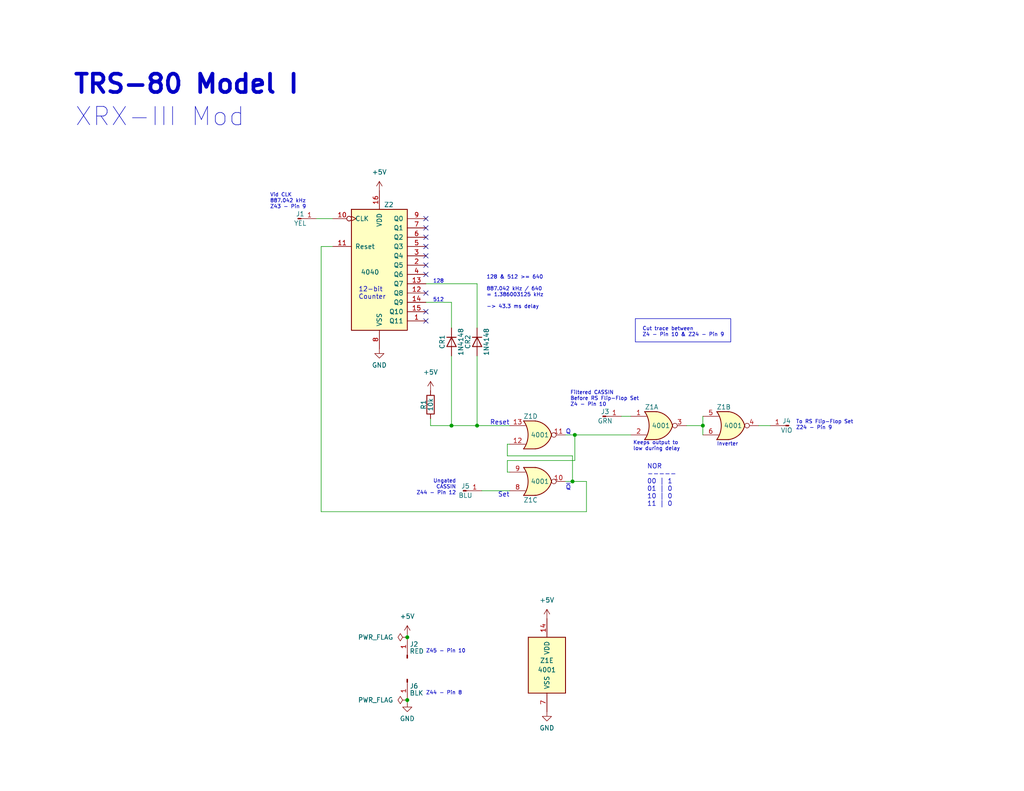
<source format=kicad_sch>
(kicad_sch (version 20230121) (generator eeschema)
  (paper "USLetter")
  (title_block (title "XRX") (date "2024-01-04") (rev "III") (company "RetroStack - Marcel Erz") (comment 2 "Hardware patch for software bug by gating potential noise") (comment 3 "Original Design - Tandy RadioShack") (comment 4 "TRS-80 Cassette Interface Mod"))
  (lib_symbols
    (symbol "4xxx:4001" (pin_names (offset 1.016))
      (property "Reference" "U" (at 0 1.27 0))
      (property "Value" "4001" (at 0 -1.27 0))
      (symbol "4001_1_1"
        (arc (start -3.81 -3.81) (mid -2.589 0) (end -3.81 3.81) (stroke (width 0.254)))
        (arc (start -0.6096 -3.81) (mid 2.1842 -2.5851) (end 3.81 0) (stroke (width 0.254)) (fill (type background)))
        (polyline (pts (xy -3.81 -3.81) (xy -0.635 -3.81)) (stroke (width 0.254)) (fill (type background)))
        (polyline (pts (xy -3.81 3.81) (xy -0.635 3.81)) (stroke (width 0.254)) (fill (type background)))
        (polyline (pts (xy -0.635 3.81) (xy -3.81 3.81) (xy -3.81 3.81) (xy -3.556 3.4036) (xy -3.0226 2.2606) (xy -2.6924 1.0414) (xy -2.6162 -0.254) (xy -2.7686 -1.4986) (xy -3.175 -2.7178) (xy -3.81 -3.81) (xy -3.81 -3.81) (xy -0.635 -3.81)) (stroke (width -25.4)) (fill (type background)))
        (arc (start 3.81 0) (mid 2.1915 2.5936) (end -0.6096 3.81) (stroke (width 0.254)) (fill (type background)))
        (pin input line (at -7.62 2.54 0) (length 4.318) (name "~") (number "1"))
        (pin input line (at -7.62 -2.54 0) (length 4.318) (name "~") (number "2"))
        (pin output inverted (at 7.62 0 180) (length 3.81) (name "~") (number "3"))
      )
      (symbol "4001_1_2"
        (arc (start 0 -3.81) (mid 3.7934 0) (end 0 3.81) (stroke (width 0.254)) (fill (type background)))
        (polyline (pts (xy 0 3.81) (xy -3.81 3.81) (xy -3.81 -3.81) (xy 0 -3.81)) (stroke (width 0.254)) (fill (type background)))
        (pin input inverted (at -7.62 2.54 0) (length 3.81) (name "~") (number "1"))
        (pin input inverted (at -7.62 -2.54 0) (length 3.81) (name "~") (number "2"))
        (pin output line (at 7.62 0 180) (length 3.81) (name "~") (number "3"))
      )
      (symbol "4001_2_1"
        (arc (start -3.81 -3.81) (mid -2.589 0) (end -3.81 3.81) (stroke (width 0.254)))
        (arc (start -0.6096 -3.81) (mid 2.1842 -2.5851) (end 3.81 0) (stroke (width 0.254)) (fill (type background)))
        (polyline (pts (xy -3.81 -3.81) (xy -0.635 -3.81)) (stroke (width 0.254)) (fill (type background)))
        (polyline (pts (xy -3.81 3.81) (xy -0.635 3.81)) (stroke (width 0.254)) (fill (type background)))
        (polyline (pts (xy -0.635 3.81) (xy -3.81 3.81) (xy -3.81 3.81) (xy -3.556 3.4036) (xy -3.0226 2.2606) (xy -2.6924 1.0414) (xy -2.6162 -0.254) (xy -2.7686 -1.4986) (xy -3.175 -2.7178) (xy -3.81 -3.81) (xy -3.81 -3.81) (xy -0.635 -3.81)) (stroke (width -25.4)) (fill (type background)))
        (arc (start 3.81 0) (mid 2.1915 2.5936) (end -0.6096 3.81) (stroke (width 0.254)) (fill (type background)))
        (pin output inverted (at 7.62 0 180) (length 3.81) (name "~") (number "4"))
        (pin input line (at -7.62 2.54 0) (length 4.318) (name "~") (number "5"))
        (pin input line (at -7.62 -2.54 0) (length 4.318) (name "~") (number "6"))
      )
      (symbol "4001_2_2"
        (arc (start 0 -3.81) (mid 3.7934 0) (end 0 3.81) (stroke (width 0.254)) (fill (type background)))
        (polyline (pts (xy 0 3.81) (xy -3.81 3.81) (xy -3.81 -3.81) (xy 0 -3.81)) (stroke (width 0.254)) (fill (type background)))
        (pin output line (at 7.62 0 180) (length 3.81) (name "~") (number "4"))
        (pin input inverted (at -7.62 2.54 0) (length 3.81) (name "~") (number "5"))
        (pin input inverted (at -7.62 -2.54 0) (length 3.81) (name "~") (number "6"))
      )
      (symbol "4001_3_1"
        (arc (start -3.81 -3.81) (mid -2.589 0) (end -3.81 3.81) (stroke (width 0.254)))
        (arc (start -0.6096 -3.81) (mid 2.1842 -2.5851) (end 3.81 0) (stroke (width 0.254)) (fill (type background)))
        (polyline (pts (xy -3.81 -3.81) (xy -0.635 -3.81)) (stroke (width 0.254)) (fill (type background)))
        (polyline (pts (xy -3.81 3.81) (xy -0.635 3.81)) (stroke (width 0.254)) (fill (type background)))
        (polyline (pts (xy -0.635 3.81) (xy -3.81 3.81) (xy -3.81 3.81) (xy -3.556 3.4036) (xy -3.0226 2.2606) (xy -2.6924 1.0414) (xy -2.6162 -0.254) (xy -2.7686 -1.4986) (xy -3.175 -2.7178) (xy -3.81 -3.81) (xy -3.81 -3.81) (xy -0.635 -3.81)) (stroke (width -25.4)) (fill (type background)))
        (arc (start 3.81 0) (mid 2.1915 2.5936) (end -0.6096 3.81) (stroke (width 0.254)) (fill (type background)))
        (pin output inverted (at 7.62 0 180) (length 3.81) (name "~") (number "10"))
        (pin input line (at -7.62 2.54 0) (length 4.318) (name "~") (number "8"))
        (pin input line (at -7.62 -2.54 0) (length 4.318) (name "~") (number "9"))
      )
      (symbol "4001_3_2"
        (arc (start 0 -3.81) (mid 3.7934 0) (end 0 3.81) (stroke (width 0.254)) (fill (type background)))
        (polyline (pts (xy 0 3.81) (xy -3.81 3.81) (xy -3.81 -3.81) (xy 0 -3.81)) (stroke (width 0.254)) (fill (type background)))
        (pin output line (at 7.62 0 180) (length 3.81) (name "~") (number "10"))
        (pin input inverted (at -7.62 2.54 0) (length 3.81) (name "~") (number "8"))
        (pin input inverted (at -7.62 -2.54 0) (length 3.81) (name "~") (number "9"))
      )
      (symbol "4001_4_1"
        (arc (start -3.81 -3.81) (mid -2.589 0) (end -3.81 3.81) (stroke (width 0.254)))
        (arc (start -0.6096 -3.81) (mid 2.1842 -2.5851) (end 3.81 0) (stroke (width 0.254)) (fill (type background)))
        (polyline (pts (xy -3.81 -3.81) (xy -0.635 -3.81)) (stroke (width 0.254)) (fill (type background)))
        (polyline (pts (xy -3.81 3.81) (xy -0.635 3.81)) (stroke (width 0.254)) (fill (type background)))
        (polyline (pts (xy -0.635 3.81) (xy -3.81 3.81) (xy -3.81 3.81) (xy -3.556 3.4036) (xy -3.0226 2.2606) (xy -2.6924 1.0414) (xy -2.6162 -0.254) (xy -2.7686 -1.4986) (xy -3.175 -2.7178) (xy -3.81 -3.81) (xy -3.81 -3.81) (xy -0.635 -3.81)) (stroke (width -25.4)) (fill (type background)))
        (arc (start 3.81 0) (mid 2.1915 2.5936) (end -0.6096 3.81) (stroke (width 0.254)) (fill (type background)))
        (pin output inverted (at 7.62 0 180) (length 3.81) (name "~") (number "11"))
        (pin input line (at -7.62 2.54 0) (length 4.318) (name "~") (number "12"))
        (pin input line (at -7.62 -2.54 0) (length 4.318) (name "~") (number "13"))
      )
      (symbol "4001_4_2"
        (arc (start 0 -3.81) (mid 3.7934 0) (end 0 3.81) (stroke (width 0.254)) (fill (type background)))
        (polyline (pts (xy 0 3.81) (xy -3.81 3.81) (xy -3.81 -3.81) (xy 0 -3.81)) (stroke (width 0.254)) (fill (type background)))
        (pin output line (at 7.62 0 180) (length 3.81) (name "~") (number "11"))
        (pin input inverted (at -7.62 2.54 0) (length 3.81) (name "~") (number "12"))
        (pin input inverted (at -7.62 -2.54 0) (length 3.81) (name "~") (number "13"))
      )
      (symbol "4001_5_0"
        (pin power_in line (at 0 12.7 270) (length 5.08) (name "VDD") (number "14"))
        (pin power_in line (at 0 -12.7 90) (length 5.08) (name "VSS") (number "7"))
      )
      (symbol "4001_5_1"
        (rectangle (start -5.08 7.62) (end 5.08 -7.62) (stroke (width 0.254)) (fill (type background)))
      )
    )
    (symbol "4xxx:4040" (pin_names (offset 1.016))
      (property "Reference" "U" (at -7.62 16.51 0))
      (property "Value" "4040" (at -7.62 -19.05 0))
      (symbol "4040_1_0"
        (pin output line (at 12.7 -15.24 180) (length 5.08) (name "Q11") (number "1"))
        (pin input inverted_clock (at -12.7 12.7 0) (length 5.08) (name "CLK") (number "10"))
        (pin input line (at -12.7 5.08 0) (length 5.08) (name "Reset") (number "11"))
        (pin output line (at 12.7 -7.62 180) (length 5.08) (name "Q8") (number "12"))
        (pin output line (at 12.7 -5.08 180) (length 5.08) (name "Q7") (number "13"))
        (pin output line (at 12.7 -10.16 180) (length 5.08) (name "Q9") (number "14"))
        (pin output line (at 12.7 -12.7 180) (length 5.08) (name "Q10") (number "15"))
        (pin power_in line (at 0 20.32 270) (length 5.08) (name "VDD") (number "16"))
        (pin output line (at 12.7 0 180) (length 5.08) (name "Q5") (number "2"))
        (pin output line (at 12.7 2.54 180) (length 5.08) (name "Q4") (number "3"))
        (pin output line (at 12.7 -2.54 180) (length 5.08) (name "Q6") (number "4"))
        (pin output line (at 12.7 5.08 180) (length 5.08) (name "Q3") (number "5"))
        (pin output line (at 12.7 7.62 180) (length 5.08) (name "Q2") (number "6"))
        (pin output line (at 12.7 10.16 180) (length 5.08) (name "Q1") (number "7"))
        (pin power_in line (at 0 -22.86 90) (length 5.08) (name "VSS") (number "8"))
        (pin output line (at 12.7 12.7 180) (length 5.08) (name "Q0") (number "9"))
      )
      (symbol "4040_1_1"
        (rectangle (start -7.62 15.24) (end 7.62 -17.78) (stroke (width 0.254)) (fill (type background)))
      )
    )
    (symbol "Connector:Conn_01x01_Pin" (pin_names (offset 1.016) hide)
      (property "Reference" "J" (at 0 2.54 0))
      (property "Value" "Conn_01x01_Pin" (at 0 -2.54 0))
      (symbol "Conn_01x01_Pin_1_1"
        (polyline (pts (xy 1.27 0) (xy 0.8636 0)) (stroke (width 0.1524)))
        (rectangle (start 0.8636 0.127) (end 0 -0.127) (stroke (width 0.1524)) (fill (type outline)))
        (pin passive line (at 5.08 0 180) (length 3.81) (name "Pin_1") (number "1"))
      )
    )
    (symbol "Device:D" (pin_numbers hide) (pin_names (offset 1.016) hide)
      (property "Reference" "D" (at 0 2.54 0))
      (property "Value" "D" (at 0 -2.54 0))
      (symbol "D_0_1"
        (polyline (pts (xy -1.27 1.27) (xy -1.27 -1.27)) (stroke (width 0.254)))
        (polyline (pts (xy 1.27 0) (xy -1.27 0)))
        (polyline (pts (xy 1.27 1.27) (xy 1.27 -1.27) (xy -1.27 0) (xy 1.27 1.27)) (stroke (width 0.254)))
      )
      (symbol "D_1_1"
        (pin passive line (at -3.81 0 0) (length 2.54) (name "K") (number "1"))
        (pin passive line (at 3.81 0 180) (length 2.54) (name "A") (number "2"))
      )
    )
    (symbol "Device:R" (pin_numbers hide) (pin_names (offset 0))
      (property "Reference" "R" (at 2.032 0 90))
      (property "Value" "R" (at 0 0 90))
      (symbol "R_0_1"
        (rectangle (start -1.016 -2.54) (end 1.016 2.54) (stroke (width 0.254)))
      )
      (symbol "R_1_1"
        (pin passive line (at 0 3.81 270) (length 1.27) (name "~") (number "1"))
        (pin passive line (at 0 -3.81 90) (length 1.27) (name "~") (number "2"))
      )
    )
    (symbol "power:+5V" (power) (pin_names (offset 0))
      (property "Value" "+5V" (at 0 3.556 0))
      (symbol "+5V_0_1"
        (polyline (pts (xy -0.762 1.27) (xy 0 2.54)))
        (polyline (pts (xy 0 0) (xy 0 2.54)))
        (polyline (pts (xy 0 2.54) (xy 0.762 1.27)))
      )
      (symbol "+5V_1_1"
        (pin power_in line (at 0 0 90) (length 0) hide (name "+5V") (number "1"))
      )
    )
    (symbol "power:GND" (power) (pin_names (offset 0))
      (property "Value" "GND" (at 0 -3.81 0))
      (symbol "GND_0_1"
        (polyline (pts (xy 0 0) (xy 0 -1.27) (xy 1.27 -1.27) (xy 0 -2.54) (xy -1.27 -1.27) (xy 0 -1.27)))
      )
      (symbol "GND_1_1"
        (pin power_in line (at 0 0 270) (length 0) hide (name "GND") (number "1"))
      )
    )
    (symbol "power:PWR_FLAG" (power) (pin_numbers hide) (pin_names (offset 0) hide)
      (property "Value" "PWR_FLAG" (at 0 3.81 0))
      (symbol "PWR_FLAG_0_0"
        (pin power_out line (at 0 0 90) (length 0) (name "pwr") (number "1"))
      )
      (symbol "PWR_FLAG_0_1"
        (polyline (pts (xy 0 0) (xy 0 1.27) (xy -1.016 1.905) (xy 0 2.54) (xy 1.016 1.905) (xy 0 1.27)))
      )
    )
  )
  (junction (at 156.845 118.745))
  (junction (at 111.125 173.99))
  (junction (at 130.175 116.205))
  (junction (at 111.125 191.135))
  (junction (at 156.21 131.445))
  (junction (at 123.19 116.205))
  (junction (at 191.77 116.205))
  (no_connect (at 116.205 59.69))
  (no_connect (at 116.205 69.85))
  (no_connect (at 116.205 74.93))
  (no_connect (at 116.205 72.39))
  (no_connect (at 116.205 64.77))
  (no_connect (at 116.205 80.01))
  (no_connect (at 116.205 62.23))
  (no_connect (at 116.205 67.31))
  (no_connect (at 116.205 87.63))
  (no_connect (at 116.205 85.09))
  (wire (pts (xy 160.02 139.7) (xy 160.02 131.445)))
  (wire (pts (xy 156.21 131.445) (xy 156.21 124.46)))
  (wire (pts (xy 156.845 118.745) (xy 172.085 118.745)))
  (wire (pts (xy 138.43 125.73) (xy 138.43 128.905)))
  (wire (pts (xy 87.63 139.7) (xy 160.02 139.7)))
  (wire (pts (xy 123.19 82.55) (xy 123.19 89.535)))
  (wire (pts (xy 117.475 116.205) (xy 117.475 114.3)))
  (wire (pts (xy 210.185 116.205) (xy 207.01 116.205)))
  (wire (pts (xy 138.43 124.46) (xy 138.43 121.285)))
  (wire (pts (xy 130.175 77.47) (xy 130.175 89.535)))
  (wire (pts (xy 86.36 59.69) (xy 90.805 59.69)))
  (wire (pts (xy 130.175 116.205) (xy 139.065 116.205)))
  (wire (pts (xy 87.63 67.31) (xy 87.63 139.7)))
  (wire (pts (xy 123.19 97.155) (xy 123.19 116.205)))
  (wire (pts (xy 187.325 116.205) (xy 191.77 116.205)))
  (wire (pts (xy 156.21 124.46) (xy 138.43 124.46)))
  (wire (pts (xy 160.02 131.445) (xy 156.21 131.445)))
  (wire (pts (xy 111.125 191.135) (xy 111.125 190.5)))
  (wire (pts (xy 116.205 77.47) (xy 130.175 77.47)))
  (wire (pts (xy 123.19 116.205) (xy 130.175 116.205)))
  (wire (pts (xy 191.77 118.745) (xy 191.77 116.205)))
  (wire (pts (xy 130.175 97.155) (xy 130.175 116.205)))
  (wire (pts (xy 116.205 82.55) (xy 123.19 82.55)))
  (wire (pts (xy 169.545 113.665) (xy 172.085 113.665)))
  (wire (pts (xy 111.125 191.77) (xy 111.125 191.135)))
  (wire (pts (xy 156.845 125.73) (xy 156.845 118.745)))
  (wire (pts (xy 154.305 118.745) (xy 156.845 118.745)))
  (wire (pts (xy 191.77 113.665) (xy 191.77 116.205)))
  (wire (pts (xy 87.63 67.31) (xy 90.805 67.31)))
  (wire (pts (xy 138.43 128.905) (xy 139.065 128.905)))
  (wire (pts (xy 138.43 121.285) (xy 139.065 121.285)))
  (wire (pts (xy 111.125 173.99) (xy 111.125 174.625)))
  (wire (pts (xy 131.445 133.985) (xy 139.065 133.985)))
  (wire (pts (xy 156.21 131.445) (xy 154.305 131.445)))
  (wire (pts (xy 156.845 125.73) (xy 138.43 125.73)))
  (wire (pts (xy 117.475 116.205) (xy 123.19 116.205)))
  (wire (pts (xy 111.125 173.355) (xy 111.125 173.99)))
  (rectangle (start 173.355 86.995) (end 199.39 93.345))
  (text "Reset" (at 139.065 116.205 0) (effects (font (size 1.27 1.27)) (justify right bottom)))
  (text "TRS-80 Model I" (at 19.685 26.035 0) (effects (font (size 5 5) (thickness 1) bold) (justify left bottom)))
  (text "Vid CLK\n887.042 kHz\nZ43 - Pin 9" (at 73.66 57.15 0) (effects (font (size 1 1)) (justify left bottom)))
  (text "128" (at 118.11 77.47 0) (effects (font (size 1 1)) (justify left bottom)))
  (text "Cut trace between\nZ4 - Pin 10 & Z24 - Pin 9" (at 175.26 92.075 0) (effects (font (size 1 1)) (justify left bottom)))
  (text "To RS Flip-Flop Set\nZ24 - Pin 9" (at 217.17 117.475 0) (effects (font (size 1 1)) (justify left bottom)))
  (text "12-bit\nCounter" (at 97.79 81.915 0) (effects (font (size 1.27 1.27)) (justify left bottom)))
  (text "Filtered CASSIN\nBefore RS Flip-Flop Set\nZ4 - Pin 10" (at 155.575 111.125 0) (effects (font (size 1 1)) (justify left bottom)))
  (text "Ungated\nCASSIN\nZ44 - Pin 12" (at 124.46 135.255 0) (effects (font (size 1 1)) (justify right bottom)))
  (text "Set" (at 139.065 135.89 0) (effects (font (size 1.27 1.27)) (justify right bottom)))
  (text "Keeps output to \nlow during delay" (at 172.72 123.19 0) (effects (font (size 1 1)) (justify left bottom)))
  (text "Z44 - Pin 8" (at 116.205 189.865 0) (effects (font (size 1 1)) (justify left bottom)))
  (text "Inverter" (at 195.58 121.92 0) (effects (font (size 1 1)) (justify left bottom)))
  (text "NOR\n-----\n00 | 1\n01 | 0\n10 | 0\n11 | 0\n" (at 176.53 138.43 0) (effects (font (size 1.27 1.27)) (justify left bottom)))
  (text "Z45 - Pin 10" (at 116.205 178.435 0) (effects (font (size 1 1)) (justify left bottom)))
  (text "128 & 512 >= 640\n\n887.042 kHz / 640 \n= 1.386003125 kHz\n\n-> 43.3 ms delay\n\n\n" (at 132.715 87.63 0) (effects (font (size 1 1)) (justify left bottom)))
  (text "~{Q}" (at 154.305 133.985 0) (effects (font (size 1.27 1.27)) (justify left bottom)))
  (text "XRX-III Mod" (at 20.32 34.925 0) (effects (font (size 5 5)) (justify left bottom)))
  (text "Q" (at 154.305 118.745 0) (effects (font (size 1.27 1.27)) (justify left bottom)))
  (text "512" (at 118.11 82.55 0) (effects (font (size 1 1)) (justify left bottom)))
  (symbol (lib_id "Device:R") (at 117.475 110.49 0) (unit 1)
    (property "Reference" "R1" (at 115.57 110.49 90))
    (property "Value" "10k" (at 117.475 110.49 90))
    (property "Footprint" "RetroStackLibrary:TRS80_Model_I_R_0.25W" (effects hide))
  )
  (symbol (lib_id "Connector:Conn_01x01_Pin") (at 111.125 185.42 270) (unit 1)
    (property "Reference" "J6" (at 111.76 187.325 90) (effects (justify left)))
    (property "Value" "BLK" (at 111.76 189.23 90) (effects (justify left)))
    (property "Footprint" "Connector_PinHeader_2.54mm:PinHeader_1x01_P2.54mm_Vertical" (effects hide))
  )
  (symbol (lib_id "power:+5V") (at 149.225 168.91 0) (unit 1)
    (property "Reference" "#PWR03" (effects hide))
    (property "Value" "+5V" (at 149.225 163.83 0))
  )
  (symbol (lib_id "4xxx:4001") (at 149.225 181.61 0) (unit 5)
    (property "Reference" "Z1" (at 147.32 180.34 0) (effects (justify left)))
    (property "Value" "4001" (at 146.685 182.88 0) (effects (justify left)))
    (property "Footprint" "RetroStackLibrary:TRS80_Model_I_DIP14" (effects hide))
    (property "Datasheet" "http://www.intersil.com/content/dam/Intersil/documents/cd40/cd4000bms-01bms-02bms-25bms.pdf" (effects hide))
  )
  (symbol (lib_id "power:+5V") (at 111.125 173.355 0) (unit 1)
    (property "Reference" "#PWR01" (effects hide))
    (property "Value" "+5V" (at 111.125 168.275 0))
  )
  (symbol (lib_id "4xxx:4001") (at 179.705 116.205 0) (unit 1)
    (property "Reference" "Z1" (at 177.8 111.125 0))
    (property "Value" "4001" (at 180.34 116.205 0))
    (property "Footprint" "RetroStackLibrary:TRS80_Model_I_DIP14" (effects hide))
    (property "Datasheet" "http://www.intersil.com/content/dam/Intersil/documents/cd40/cd4000bms-01bms-02bms-25bms.pdf" (effects hide))
  )
  (symbol (lib_id "4xxx:4001") (at 146.685 118.745 0) (mirror x) (unit 4)
    (property "Reference" "Z1" (at 144.78 113.665 0))
    (property "Value" "4001" (at 147.32 118.745 0))
    (property "Footprint" "RetroStackLibrary:TRS80_Model_I_DIP14" (effects hide))
    (property "Datasheet" "http://www.intersil.com/content/dam/Intersil/documents/cd40/cd4000bms-01bms-02bms-25bms.pdf" (effects hide))
  )
  (symbol (lib_id "power:+5V") (at 117.475 106.68 0) (unit 1)
    (property "Reference" "#PWR07" (effects hide))
    (property "Value" "+5V" (at 117.475 101.6 0))
  )
  (symbol (lib_id "power:PWR_FLAG") (at 111.125 191.135 90) (unit 1)
    (property "Reference" "#FLG02" (effects hide))
    (property "Value" "PWR_FLAG" (at 107.315 191.135 90) (effects (justify left)))
  )
  (symbol (lib_id "4xxx:4040") (at 103.505 72.39 0) (unit 1)
    (property "Reference" "Z2" (at 104.775 55.88 0) (effects (justify left)))
    (property "Value" "4040" (at 98.425 74.295 0) (effects (justify left)))
    (property "Footprint" "RetroStackLibrary:TRS80_Model_I_DIP16" (effects hide))
    (property "Datasheet" "http://www.intersil.com/content/dam/Intersil/documents/cd40/cd4020bms-24bms-40bms.pdf" (effects hide))
  )
  (symbol (lib_id "Device:D") (at 123.19 93.345 270) (unit 1)
    (property "Reference" "CR1" (at 120.65 93.345 0))
    (property "Value" "1N4148" (at 125.73 93.345 0))
    (property "Footprint" "RetroStackLibrary:TRS80_Model_I_D" (effects hide))
    (property "Sim.Device" "D" (effects hide))
    (property "Sim.Pins" "1=K 2=A" (effects hide))
  )
  (symbol (lib_id "power:PWR_FLAG") (at 111.125 173.99 90) (unit 1)
    (property "Reference" "#FLG01" (effects hide))
    (property "Value" "PWR_FLAG" (at 107.315 173.99 90) (effects (justify left)))
  )
  (symbol (lib_id "4xxx:4001") (at 199.39 116.205 0) (unit 2)
    (property "Reference" "Z1" (at 197.485 111.125 0))
    (property "Value" "4001" (at 200.025 116.205 0))
    (property "Footprint" "RetroStackLibrary:TRS80_Model_I_DIP14" (effects hide))
    (property "Datasheet" "http://www.intersil.com/content/dam/Intersil/documents/cd40/cd4000bms-01bms-02bms-25bms.pdf" (effects hide))
  )
  (symbol (lib_id "power:GND") (at 149.225 194.31 0) (unit 1)
    (property "Reference" "#PWR04" (effects hide))
    (property "Value" "GND" (at 149.225 198.755 0))
  )
  (symbol (lib_id "Device:D") (at 130.175 93.345 270) (unit 1)
    (property "Reference" "CR2" (at 127.635 93.345 0))
    (property "Value" "1N4148" (at 132.715 93.345 0))
    (property "Footprint" "RetroStackLibrary:TRS80_Model_I_D" (effects hide))
    (property "Sim.Device" "D" (effects hide))
    (property "Sim.Pins" "1=K 2=A" (effects hide))
  )
  (symbol (lib_id "4xxx:4001") (at 146.685 131.445 0) (mirror x) (unit 3)
    (property "Reference" "Z1" (at 144.78 136.525 0))
    (property "Value" "4001" (at 147.32 131.445 0))
    (property "Footprint" "RetroStackLibrary:TRS80_Model_I_DIP14" (effects hide))
    (property "Datasheet" "http://www.intersil.com/content/dam/Intersil/documents/cd40/cd4000bms-01bms-02bms-25bms.pdf" (effects hide))
  )
  (symbol (lib_id "power:GND") (at 111.125 191.77 0) (unit 1)
    (property "Reference" "#PWR02" (effects hide))
    (property "Value" "GND" (at 111.125 196.215 0))
  )
  (symbol (lib_id "Connector:Conn_01x01_Pin") (at 111.125 179.705 90) (unit 1)
    (property "Reference" "J2" (at 111.76 175.895 90) (effects (justify right)))
    (property "Value" "RED" (at 111.76 177.8 90) (effects (justify right)))
    (property "Footprint" "Connector_PinHeader_2.54mm:PinHeader_1x01_P2.54mm_Vertical" (effects hide))
  )
  (symbol (lib_id "Connector:Conn_01x01_Pin") (at 81.28 59.69 0) (unit 1)
    (property "Reference" "J1" (at 81.915 58.42 0))
    (property "Value" "YEL" (at 81.915 60.96 0))
    (property "Footprint" "Connector_PinHeader_2.54mm:PinHeader_1x01_P2.54mm_Vertical" (effects hide))
  )
  (symbol (lib_id "Connector:Conn_01x01_Pin") (at 215.265 116.205 180) (unit 1)
    (property "Reference" "J4" (at 214.63 114.935 0))
    (property "Value" "VIO" (at 214.63 117.475 0))
    (property "Footprint" "Connector_PinHeader_2.54mm:PinHeader_1x01_P2.54mm_Vertical" (effects hide))
  )
  (symbol (lib_id "Connector:Conn_01x01_Pin") (at 126.365 133.985 0) (unit 1)
    (property "Reference" "J5" (at 127 132.715 0))
    (property "Value" "BLU" (at 127 135.255 0))
    (property "Footprint" "Connector_PinHeader_2.54mm:PinHeader_1x01_P2.54mm_Vertical" (effects hide))
  )
  (symbol (lib_id "Connector:Conn_01x01_Pin") (at 164.465 113.665 0) (unit 1)
    (property "Reference" "J3" (at 165.1 112.395 0))
    (property "Value" "GRN" (at 165.1 114.935 0))
    (property "Footprint" "Connector_PinHeader_2.54mm:PinHeader_1x01_P2.54mm_Vertical" (effects hide))
  )
  (symbol (lib_id "power:+5V") (at 103.505 52.07 0) (unit 1)
    (property "Reference" "#PWR05" (effects hide))
    (property "Value" "+5V" (at 103.505 46.99 0))
  )
  (symbol (lib_id "power:GND") (at 103.505 95.25 0) (unit 1)
    (property "Reference" "#PWR06" (effects hide))
    (property "Value" "GND" (at 103.505 99.695 0))
  )
)
</source>
